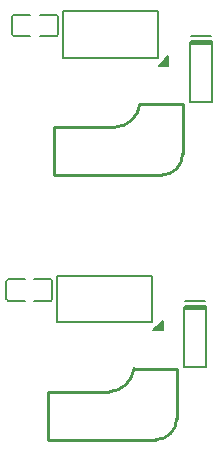
<source format=gbr>
G04 #@! TF.GenerationSoftware,KiCad,Pcbnew,(6.0.2)*
G04 #@! TF.CreationDate,2022-03-11T19:19:16+08:00*
G04 #@! TF.ProjectId,test,74657374-2e6b-4696-9361-645f70636258,rev?*
G04 #@! TF.SameCoordinates,Original*
G04 #@! TF.FileFunction,Legend,Bot*
G04 #@! TF.FilePolarity,Positive*
%FSLAX46Y46*%
G04 Gerber Fmt 4.6, Leading zero omitted, Abs format (unit mm)*
G04 Created by KiCad (PCBNEW (6.0.2)) date 2022-03-11 19:19:16*
%MOMM*%
%LPD*%
G01*
G04 APERTURE LIST*
%ADD10C,0.152000*%
%ADD11C,0.254000*%
%ADD12C,0.400000*%
G04 APERTURE END LIST*
D10*
X44419000Y57015000D02*
X43009000Y57015000D01*
D11*
X55518000Y45242000D02*
X46374000Y45242000D01*
X53689000Y51262000D02*
X57296000Y51262000D01*
D10*
X42856000Y57168000D02*
X42856000Y58670000D01*
X58020000Y57003000D02*
X59720000Y57003000D01*
D11*
X57296000Y51262000D02*
X57296000Y47020000D01*
D12*
X58100000Y56503000D02*
X59620000Y56503000D01*
D11*
X46374000Y49306000D02*
X51606000Y49306000D01*
D10*
X45221000Y57015000D02*
X46631000Y57015000D01*
X46631000Y58823000D02*
X45221000Y58823000D01*
X46784000Y57168000D02*
X46784000Y58670000D01*
X43009000Y58823000D02*
X44419000Y58823000D01*
D11*
X46374000Y49306000D02*
X46374000Y45242000D01*
D10*
X57954000Y51397000D02*
X59762000Y51397000D01*
X59762000Y51397000D02*
X59762000Y56503000D01*
X59762000Y56503000D02*
X57954000Y56503000D01*
X57954000Y56503000D02*
X57954000Y51397000D01*
X47200000Y59100000D02*
X55200000Y59100000D01*
X55200000Y59100000D02*
X55200000Y55200000D01*
X55200000Y55200000D02*
X47200000Y55200000D01*
X47200000Y55200000D02*
X47200000Y59100000D01*
X46784000Y58670000D02*
G75*
G03*
X46631000Y58823000I-153001J-1D01*
G01*
D11*
X55518792Y45241996D02*
G75*
G03*
X57296000Y47020000I8862J1768350D01*
G01*
D10*
X46631000Y57015000D02*
G75*
G03*
X46784000Y57168000I-1J153001D01*
G01*
D11*
X51606527Y49306987D02*
G75*
G03*
X53689000Y51262000I-119590J2214015D01*
G01*
D10*
X42856000Y57168000D02*
G75*
G03*
X43009000Y57015000I153001J1D01*
G01*
X43009000Y58823000D02*
G75*
G03*
X42856000Y58670000I1J-153001D01*
G01*
X56100000Y54500000D02*
X55300000Y54500000D01*
X55300000Y54500000D02*
X56100000Y55300000D01*
X56100000Y55300000D02*
X56100000Y54500000D01*
G36*
X56100000Y54500000D02*
G01*
X55300000Y54500000D01*
X56100000Y55300000D01*
X56100000Y54500000D01*
G37*
X56100000Y54500000D02*
X55300000Y54500000D01*
X56100000Y55300000D01*
X56100000Y54500000D01*
X57520000Y34603000D02*
X59220000Y34603000D01*
X46284000Y34768000D02*
X46284000Y36270000D01*
X44721000Y34615000D02*
X46131000Y34615000D01*
X46131000Y36423000D02*
X44721000Y36423000D01*
D11*
X55018000Y22842000D02*
X45874000Y22842000D01*
X45874000Y26906000D02*
X51106000Y26906000D01*
D10*
X42509000Y36423000D02*
X43919000Y36423000D01*
X42356000Y34768000D02*
X42356000Y36270000D01*
D11*
X53189000Y28862000D02*
X56796000Y28862000D01*
D10*
X43919000Y34615000D02*
X42509000Y34615000D01*
D11*
X45874000Y26906000D02*
X45874000Y22842000D01*
X56796000Y28862000D02*
X56796000Y24620000D01*
D12*
X57600000Y34103000D02*
X59120000Y34103000D01*
D10*
X46700000Y36700000D02*
X54700000Y36700000D01*
X54700000Y36700000D02*
X54700000Y32800000D01*
X54700000Y32800000D02*
X46700000Y32800000D01*
X46700000Y32800000D02*
X46700000Y36700000D01*
X57454000Y28997000D02*
X59262000Y28997000D01*
X59262000Y28997000D02*
X59262000Y34103000D01*
X59262000Y34103000D02*
X57454000Y34103000D01*
X57454000Y34103000D02*
X57454000Y28997000D01*
D11*
X51106527Y26906987D02*
G75*
G03*
X53189000Y28862000I-119590J2214015D01*
G01*
X55018792Y22841996D02*
G75*
G03*
X56796000Y24620000I8862J1768350D01*
G01*
D10*
X46131000Y34615000D02*
G75*
G03*
X46284000Y34768000I-1J153001D01*
G01*
X46284000Y36270000D02*
G75*
G03*
X46131000Y36423000I-153001J-1D01*
G01*
X42509000Y36423000D02*
G75*
G03*
X42356000Y36270000I1J-153001D01*
G01*
X42356000Y34768000D02*
G75*
G03*
X42509000Y34615000I153001J1D01*
G01*
X55600000Y32100000D02*
X54800000Y32100000D01*
X54800000Y32100000D02*
X55600000Y32900000D01*
X55600000Y32900000D02*
X55600000Y32100000D01*
G36*
X55600000Y32100000D02*
G01*
X54800000Y32100000D01*
X55600000Y32900000D01*
X55600000Y32100000D01*
G37*
X55600000Y32100000D02*
X54800000Y32100000D01*
X55600000Y32900000D01*
X55600000Y32100000D01*
M02*

</source>
